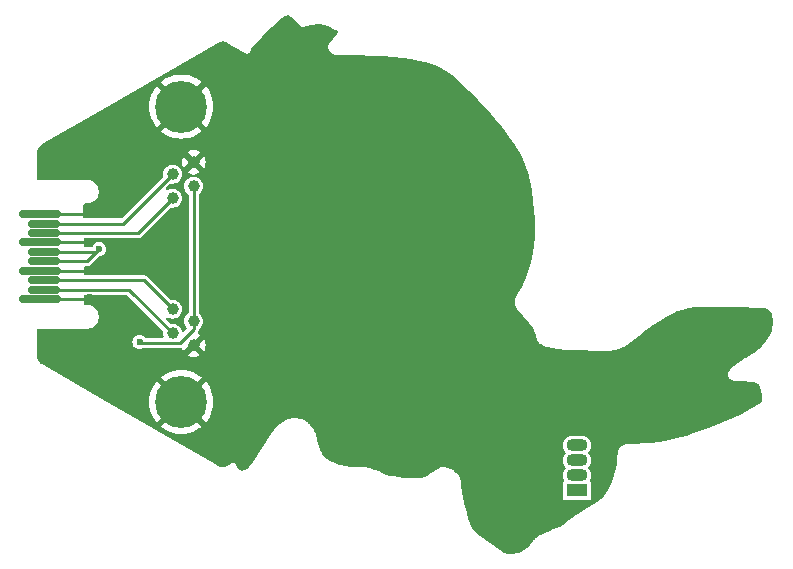
<source format=gtl>
G04 #@! TF.GenerationSoftware,KiCad,Pcbnew,8.0.1*
G04 #@! TF.CreationDate,2024-04-20T17:21:33+01:00*
G04 #@! TF.ProjectId,rabbit,72616262-6974-42e6-9b69-6361645f7063,rev?*
G04 #@! TF.SameCoordinates,Original*
G04 #@! TF.FileFunction,Copper,L1,Top*
G04 #@! TF.FilePolarity,Positive*
%FSLAX46Y46*%
G04 Gerber Fmt 4.6, Leading zero omitted, Abs format (unit mm)*
G04 Created by KiCad (PCBNEW 8.0.1) date 2024-04-20 17:21:33*
%MOMM*%
%LPD*%
G01*
G04 APERTURE LIST*
G04 Aperture macros list*
%AMRoundRect*
0 Rectangle with rounded corners*
0 $1 Rounding radius*
0 $2 $3 $4 $5 $6 $7 $8 $9 X,Y pos of 4 corners*
0 Add a 4 corners polygon primitive as box body*
4,1,4,$2,$3,$4,$5,$6,$7,$8,$9,$2,$3,0*
0 Add four circle primitives for the rounded corners*
1,1,$1+$1,$2,$3*
1,1,$1+$1,$4,$5*
1,1,$1+$1,$6,$7*
1,1,$1+$1,$8,$9*
0 Add four rect primitives between the rounded corners*
20,1,$1+$1,$2,$3,$4,$5,0*
20,1,$1+$1,$4,$5,$6,$7,0*
20,1,$1+$1,$6,$7,$8,$9,0*
20,1,$1+$1,$8,$9,$2,$3,0*%
G04 Aperture macros list end*
G04 #@! TA.AperFunction,SMDPad,CuDef*
%ADD10RoundRect,0.150000X1.600000X0.150000X-1.600000X0.150000X-1.600000X-0.150000X1.600000X-0.150000X0*%
G04 #@! TD*
G04 #@! TA.AperFunction,SMDPad,CuDef*
%ADD11RoundRect,0.150000X1.200000X0.150000X-1.200000X0.150000X-1.200000X-0.150000X1.200000X-0.150000X0*%
G04 #@! TD*
G04 #@! TA.AperFunction,SMDPad,CuDef*
%ADD12C,1.000000*%
G04 #@! TD*
G04 #@! TA.AperFunction,ComponentPad*
%ADD13C,0.700000*%
G04 #@! TD*
G04 #@! TA.AperFunction,ComponentPad*
%ADD14C,4.400000*%
G04 #@! TD*
G04 #@! TA.AperFunction,ComponentPad*
%ADD15R,1.800000X1.070000*%
G04 #@! TD*
G04 #@! TA.AperFunction,ComponentPad*
%ADD16O,1.800000X1.070000*%
G04 #@! TD*
G04 #@! TA.AperFunction,ViaPad*
%ADD17C,0.600000*%
G04 #@! TD*
G04 #@! TA.AperFunction,Conductor*
%ADD18C,0.254000*%
G04 #@! TD*
G04 APERTURE END LIST*
D10*
X100500000Y-96600000D03*
D11*
X100900000Y-97400000D03*
X100900000Y-98200000D03*
D10*
X100500000Y-99000000D03*
D11*
X100900000Y-99800000D03*
X100900000Y-100600000D03*
D10*
X100500000Y-101400000D03*
D11*
X100900000Y-102200000D03*
X100900000Y-103000000D03*
D10*
X100500000Y-103800000D03*
D12*
X113538000Y-105664000D03*
D13*
X110850000Y-87500000D03*
X111333274Y-86333274D03*
X111333274Y-88666726D03*
X112500000Y-85850000D03*
D14*
X112500000Y-87500000D03*
D13*
X112500000Y-89150000D03*
X113666726Y-86333274D03*
X113666726Y-88666726D03*
X114150000Y-87500000D03*
D15*
X146000000Y-120000000D03*
D16*
X146000000Y-118730000D03*
X146000000Y-117460000D03*
X146000000Y-116190000D03*
D12*
X111760000Y-93218000D03*
X111760000Y-95250000D03*
X113538000Y-107696000D03*
X111760000Y-106680000D03*
X111760000Y-104648000D03*
X113538000Y-94234000D03*
D13*
X110850000Y-112500000D03*
X111333274Y-111333274D03*
X111333274Y-113666726D03*
X112500000Y-110850000D03*
D14*
X112500000Y-112500000D03*
D13*
X112500000Y-114150000D03*
X113666726Y-111333274D03*
X113666726Y-113666726D03*
X114150000Y-112500000D03*
D12*
X113538000Y-92202000D03*
D17*
X104775000Y-99060000D03*
X104775000Y-103632000D03*
X104775000Y-96266000D03*
X104775000Y-101473000D03*
X108966000Y-107442000D03*
X113538000Y-105664000D03*
X105537000Y-99568000D03*
D18*
X100500000Y-103800000D02*
X104607000Y-103800000D01*
X104702000Y-101400000D02*
X104775000Y-101473000D01*
X104715000Y-99000000D02*
X104775000Y-99060000D01*
X100500000Y-99000000D02*
X104715000Y-99000000D01*
X104607000Y-103800000D02*
X104775000Y-103632000D01*
X100500000Y-96600000D02*
X104441000Y-96600000D01*
X104441000Y-96600000D02*
X104775000Y-96266000D01*
X100500000Y-101400000D02*
X104702000Y-101400000D01*
X100900000Y-102200000D02*
X109312000Y-102200000D01*
X109312000Y-102200000D02*
X111760000Y-104648000D01*
X108966000Y-107442000D02*
X109031000Y-107507000D01*
X105305000Y-99800000D02*
X105537000Y-99568000D01*
X100900000Y-99800000D02*
X105305000Y-99800000D01*
X100900000Y-100600000D02*
X104505000Y-100600000D01*
X113538000Y-94234000D02*
X113538000Y-105664000D01*
X109031000Y-107507000D02*
X112402106Y-107507000D01*
X113538000Y-106371106D02*
X113538000Y-105664000D01*
X104505000Y-100600000D02*
X105537000Y-99568000D01*
X112402106Y-107507000D02*
X113538000Y-106371106D01*
X108810000Y-98200000D02*
X111760000Y-95250000D01*
X100900000Y-98200000D02*
X108810000Y-98200000D01*
X107578000Y-97400000D02*
X111760000Y-93218000D01*
X100900000Y-97400000D02*
X107578000Y-97400000D01*
X108080000Y-103000000D02*
X111760000Y-106680000D01*
X100900000Y-103000000D02*
X108080000Y-103000000D01*
G04 #@! TA.AperFunction,Conductor*
G36*
X121552554Y-79760490D02*
G01*
X121593652Y-79767545D01*
X121621829Y-79775916D01*
X121688251Y-79804600D01*
X121693943Y-79807058D01*
X121712569Y-79817065D01*
X121825610Y-79890863D01*
X121836376Y-79898749D01*
X121979127Y-80015620D01*
X121989657Y-80025310D01*
X122172410Y-80214083D01*
X122357454Y-80405222D01*
X122362348Y-80410582D01*
X122550976Y-80629746D01*
X122559672Y-80641117D01*
X122568085Y-80653543D01*
X122574480Y-80659083D01*
X122587270Y-80671914D01*
X122592798Y-80678337D01*
X122592801Y-80678339D01*
X122592802Y-80678340D01*
X122605193Y-80686786D01*
X122616545Y-80695526D01*
X122627886Y-80705351D01*
X122635505Y-80709051D01*
X122651180Y-80718134D01*
X122658176Y-80722904D01*
X122658177Y-80722904D01*
X122658182Y-80722907D01*
X122672340Y-80727860D01*
X122685558Y-80733359D01*
X122699061Y-80739917D01*
X122699062Y-80739917D01*
X122699064Y-80739918D01*
X122707371Y-80741518D01*
X122724865Y-80746235D01*
X122732859Y-80749032D01*
X122747833Y-80750153D01*
X122762020Y-80752044D01*
X122776755Y-80754883D01*
X122785199Y-80754278D01*
X122803319Y-80754308D01*
X122811756Y-80754940D01*
X122811757Y-80754939D01*
X122811762Y-80754940D01*
X122826522Y-80752146D01*
X122840701Y-80750303D01*
X122855676Y-80749231D01*
X122863674Y-80746462D01*
X122881187Y-80741800D01*
X122882677Y-80741518D01*
X122889504Y-80740226D01*
X122903034Y-80733707D01*
X122916256Y-80728256D01*
X123018671Y-80692799D01*
X123030385Y-80689380D01*
X123532127Y-80569453D01*
X123545157Y-80567067D01*
X123992586Y-80509666D01*
X124021698Y-80509379D01*
X124260868Y-80535257D01*
X124277863Y-80538305D01*
X124633361Y-80628013D01*
X124643693Y-80631105D01*
X125093936Y-80787512D01*
X125100962Y-80790196D01*
X125380109Y-80906633D01*
X125621863Y-81007473D01*
X125632670Y-81012606D01*
X125675140Y-81035355D01*
X125724941Y-81084360D01*
X125740241Y-81135364D01*
X125740538Y-81139314D01*
X125739424Y-81167606D01*
X125729356Y-81232556D01*
X125719903Y-81264434D01*
X125678817Y-81355763D01*
X125667113Y-81376291D01*
X125561851Y-81525748D01*
X125552935Y-81536970D01*
X125358691Y-81754350D01*
X125358463Y-81754604D01*
X125162337Y-81972879D01*
X125153201Y-81982037D01*
X125140296Y-81993688D01*
X125140296Y-81993689D01*
X125136981Y-81998808D01*
X125125148Y-82014268D01*
X125121067Y-82018809D01*
X125121063Y-82018815D01*
X125113188Y-82034310D01*
X125106734Y-82045519D01*
X125020505Y-82178687D01*
X125011804Y-82190523D01*
X125002632Y-82201564D01*
X125002629Y-82201569D01*
X124998814Y-82209855D01*
X124990272Y-82225379D01*
X124985312Y-82233040D01*
X124985308Y-82233049D01*
X124980887Y-82246714D01*
X124975549Y-82260390D01*
X124969542Y-82273439D01*
X124968002Y-82282431D01*
X124963768Y-82299643D01*
X124960960Y-82308325D01*
X124960959Y-82308332D01*
X124960226Y-82322676D01*
X124958608Y-82337281D01*
X124946508Y-82407925D01*
X124940689Y-82429539D01*
X124940570Y-82430057D01*
X124938332Y-82453609D01*
X124937109Y-82462803D01*
X124933115Y-82486127D01*
X124933094Y-82486675D01*
X124933066Y-82508269D01*
X124933087Y-82508826D01*
X124937019Y-82532147D01*
X124938218Y-82541346D01*
X124940397Y-82564917D01*
X124940519Y-82565454D01*
X124946084Y-82586329D01*
X124946243Y-82586846D01*
X124956083Y-82608366D01*
X124959618Y-82616931D01*
X124959895Y-82617679D01*
X124967824Y-82639135D01*
X124968093Y-82639645D01*
X124979241Y-82659011D01*
X125001845Y-82708446D01*
X125009291Y-82729609D01*
X125009533Y-82730566D01*
X125009535Y-82730571D01*
X125020490Y-82750186D01*
X125024999Y-82759081D01*
X125034343Y-82779515D01*
X125034347Y-82779521D01*
X125034966Y-82780270D01*
X125047632Y-82798782D01*
X125048110Y-82799639D01*
X125048115Y-82799645D01*
X125063785Y-82815768D01*
X125070443Y-82823194D01*
X125084752Y-82840507D01*
X125085538Y-82841066D01*
X125102581Y-82855685D01*
X125149394Y-82903850D01*
X125157236Y-82912730D01*
X125169277Y-82927755D01*
X125172666Y-82930244D01*
X125188187Y-82943761D01*
X125191125Y-82946784D01*
X125207645Y-82956637D01*
X125217526Y-82963190D01*
X125272051Y-83003234D01*
X125279472Y-83009382D01*
X125310992Y-83031848D01*
X125312349Y-83032829D01*
X125324077Y-83041442D01*
X125342043Y-83054637D01*
X125342987Y-83055138D01*
X125344555Y-83055985D01*
X125345458Y-83056481D01*
X125345652Y-83056553D01*
X125345656Y-83056556D01*
X125379895Y-83069344D01*
X125381537Y-83069971D01*
X125402757Y-83078241D01*
X125415591Y-83083243D01*
X125415592Y-83083243D01*
X125417609Y-83084029D01*
X125426806Y-83086864D01*
X125442837Y-83092851D01*
X125446663Y-83094281D01*
X125450324Y-83095915D01*
X125455490Y-83097811D01*
X125455493Y-83097813D01*
X125491429Y-83111002D01*
X125491929Y-83111188D01*
X125507165Y-83116877D01*
X125528093Y-83124694D01*
X125528096Y-83124694D01*
X125528117Y-83124702D01*
X125528447Y-83124777D01*
X125529137Y-83124934D01*
X125529734Y-83125071D01*
X125529769Y-83125074D01*
X125529772Y-83125075D01*
X125568086Y-83128530D01*
X125568583Y-83128577D01*
X125606855Y-83132249D01*
X125606855Y-83132248D01*
X125612370Y-83132778D01*
X125616362Y-83132885D01*
X125777793Y-83147447D01*
X125799919Y-83151493D01*
X125800784Y-83151734D01*
X125823319Y-83151955D01*
X125833236Y-83152449D01*
X125855697Y-83154476D01*
X125856577Y-83154323D01*
X125878999Y-83152500D01*
X127341412Y-83166856D01*
X127341411Y-83166908D01*
X127341648Y-83166858D01*
X128720843Y-83183063D01*
X128724221Y-83183149D01*
X129552780Y-83216053D01*
X129561262Y-83216683D01*
X131247836Y-83400678D01*
X131252494Y-83401277D01*
X131967333Y-83507026D01*
X131971400Y-83507698D01*
X132609221Y-83624011D01*
X132614234Y-83625033D01*
X133177105Y-83752074D01*
X133183267Y-83753631D01*
X133675731Y-83891712D01*
X133683134Y-83894042D01*
X133944772Y-83985502D01*
X134109810Y-84043194D01*
X134118575Y-84046636D01*
X134479131Y-84204312D01*
X134492118Y-84210926D01*
X134916741Y-84459698D01*
X134928400Y-84467445D01*
X135440449Y-84851119D01*
X135447458Y-84856781D01*
X135919509Y-85267289D01*
X136079382Y-85406319D01*
X136083443Y-85410011D01*
X136724706Y-86019552D01*
X136859890Y-86148048D01*
X136862655Y-86150759D01*
X137003695Y-86293492D01*
X137624753Y-86922005D01*
X137627439Y-86924811D01*
X138346862Y-87700000D01*
X138362523Y-87716874D01*
X138365044Y-87719674D01*
X138696026Y-88098905D01*
X139059391Y-88515240D01*
X139061918Y-88518231D01*
X139671819Y-89263291D01*
X139701244Y-89299236D01*
X139703927Y-89302633D01*
X140274001Y-90050875D01*
X140277037Y-90055036D01*
X140751103Y-90734007D01*
X140763330Y-90751518D01*
X140767002Y-90757092D01*
X141124002Y-91332042D01*
X141154500Y-91381158D01*
X141159251Y-91389516D01*
X141433331Y-91918414D01*
X141439137Y-91931387D01*
X141466904Y-92004396D01*
X141617209Y-92399603D01*
X141622929Y-92414641D01*
X141625856Y-92423281D01*
X141819090Y-93071183D01*
X141820712Y-93077165D01*
X142002460Y-93820307D01*
X142003675Y-93825816D01*
X142155606Y-94597663D01*
X142156492Y-94602711D01*
X142289098Y-95462517D01*
X142289758Y-95467449D01*
X142380455Y-96267405D01*
X142380965Y-96273054D01*
X142433026Y-97047168D01*
X142433277Y-97052849D01*
X142449974Y-97837257D01*
X142449972Y-97842610D01*
X142433574Y-98591581D01*
X142433140Y-98599587D01*
X142376462Y-99252738D01*
X142375282Y-99262142D01*
X142265424Y-99930091D01*
X142264043Y-99937189D01*
X142086457Y-100726376D01*
X142084973Y-100732288D01*
X141870896Y-101504305D01*
X141868117Y-101513056D01*
X141628875Y-102179694D01*
X141624586Y-102190127D01*
X141354143Y-102771268D01*
X141348137Y-102782602D01*
X141029215Y-103315795D01*
X141028482Y-103317003D01*
X140823491Y-103651021D01*
X140822839Y-103652072D01*
X140802856Y-103683914D01*
X140802523Y-103684663D01*
X140801997Y-103685825D01*
X140801701Y-103686468D01*
X140790997Y-103722519D01*
X140790638Y-103723706D01*
X140760548Y-103821446D01*
X140759570Y-103824483D01*
X140748703Y-103856799D01*
X140748266Y-103859028D01*
X140748108Y-103859655D01*
X140747756Y-103861583D01*
X140747682Y-103862228D01*
X140747301Y-103864475D01*
X140746044Y-103898556D01*
X140745885Y-103901740D01*
X140740151Y-103993206D01*
X140739237Y-104002345D01*
X140735991Y-104025943D01*
X140735985Y-104026904D01*
X140736628Y-104047466D01*
X140736692Y-104048401D01*
X140741407Y-104071756D01*
X140742887Y-104080804D01*
X140755951Y-104184713D01*
X140760901Y-104224083D01*
X140761130Y-104236487D01*
X140761566Y-104236469D01*
X140761910Y-104244593D01*
X140766964Y-104273465D01*
X140767853Y-104279376D01*
X140771512Y-104308481D01*
X140773365Y-104315563D01*
X140775549Y-104322520D01*
X140787912Y-104349119D01*
X140790298Y-104354594D01*
X140801365Y-104381757D01*
X140805388Y-104388820D01*
X140805008Y-104389035D01*
X140811403Y-104399662D01*
X140860963Y-104506288D01*
X140882848Y-104553374D01*
X140884843Y-104557665D01*
X140887131Y-104562901D01*
X140888905Y-104567229D01*
X140898419Y-104590444D01*
X140901909Y-104596542D01*
X140905647Y-104602425D01*
X140924748Y-104625245D01*
X140928320Y-104629718D01*
X141097912Y-104852466D01*
X141109237Y-104870316D01*
X141110732Y-104873188D01*
X141110734Y-104873191D01*
X141124386Y-104888087D01*
X141131628Y-104896750D01*
X141143874Y-104912834D01*
X141143879Y-104912840D01*
X141146442Y-104914822D01*
X141162000Y-104929130D01*
X141463063Y-105257644D01*
X141464435Y-105259168D01*
X141931708Y-105786694D01*
X141939207Y-105796032D01*
X142269113Y-106250141D01*
X142276046Y-106260793D01*
X142384953Y-106448496D01*
X142390080Y-106458319D01*
X142469477Y-106628577D01*
X142474627Y-106641457D01*
X142523206Y-106785904D01*
X142527568Y-106802672D01*
X142547321Y-106908464D01*
X142548122Y-106914894D01*
X142556133Y-106955686D01*
X142556350Y-106956822D01*
X142563979Y-106997681D01*
X142565609Y-107003944D01*
X142584766Y-107101492D01*
X142586108Y-107111312D01*
X142594077Y-107148970D01*
X142594425Y-107150678D01*
X142597537Y-107166519D01*
X142601501Y-107186703D01*
X142601871Y-107187751D01*
X142602455Y-107189444D01*
X142602801Y-107190474D01*
X142619415Y-107223153D01*
X142620223Y-107224770D01*
X142637159Y-107259323D01*
X142642151Y-107267873D01*
X142677153Y-107336721D01*
X142683720Y-107353463D01*
X142685459Y-107357484D01*
X142698281Y-107378923D01*
X142702397Y-107386374D01*
X142713719Y-107408645D01*
X142716194Y-107412253D01*
X142723349Y-107421952D01*
X142726069Y-107425386D01*
X142726070Y-107425387D01*
X142726071Y-107425388D01*
X142744014Y-107442787D01*
X142749905Y-107448905D01*
X142766609Y-107467490D01*
X142766613Y-107467493D01*
X142769954Y-107470352D01*
X142783990Y-107481551D01*
X142874982Y-107569780D01*
X142877080Y-107571863D01*
X142901261Y-107596455D01*
X142901268Y-107596459D01*
X142902340Y-107597296D01*
X142902871Y-107597759D01*
X142902921Y-107597796D01*
X142905236Y-107599559D01*
X142905325Y-107599628D01*
X142905911Y-107600017D01*
X142907004Y-107600829D01*
X142907006Y-107600831D01*
X142937170Y-107617631D01*
X142939704Y-107619083D01*
X143101697Y-107714437D01*
X143112154Y-107721326D01*
X143126735Y-107732026D01*
X143131747Y-107733977D01*
X143149648Y-107742661D01*
X143154291Y-107745394D01*
X143167664Y-107749098D01*
X143171728Y-107750224D01*
X143183617Y-107754174D01*
X143450336Y-107858024D01*
X143463053Y-107863821D01*
X143476862Y-107871082D01*
X143484542Y-107872817D01*
X143502197Y-107878217D01*
X143509534Y-107881074D01*
X143525043Y-107882779D01*
X143538825Y-107885086D01*
X143871267Y-107960223D01*
X143890251Y-107966150D01*
X143895267Y-107968170D01*
X143913206Y-107970352D01*
X143925550Y-107972492D01*
X143943174Y-107976476D01*
X143948575Y-107976262D01*
X143968443Y-107977072D01*
X144394466Y-108028905D01*
X144407563Y-108031864D01*
X144407585Y-108031756D01*
X144415562Y-108033309D01*
X144415567Y-108033311D01*
X144442419Y-108034962D01*
X144449764Y-108035633D01*
X144476483Y-108038885D01*
X144476490Y-108038883D01*
X144484609Y-108038805D01*
X144484610Y-108038915D01*
X144498026Y-108038383D01*
X145057455Y-108072793D01*
X145061558Y-108073305D01*
X145066986Y-108073606D01*
X145066990Y-108073608D01*
X145105461Y-108075747D01*
X145105639Y-108075758D01*
X145144216Y-108078131D01*
X145144217Y-108078130D01*
X145149637Y-108078464D01*
X145153781Y-108078435D01*
X146351257Y-108145033D01*
X146352114Y-108145137D01*
X146359654Y-108145547D01*
X146359657Y-108145548D01*
X146398762Y-108147675D01*
X146398908Y-108147727D01*
X146398911Y-108147684D01*
X146407216Y-108148145D01*
X146438303Y-108149875D01*
X146438304Y-108149874D01*
X146445971Y-108150301D01*
X146446824Y-108150291D01*
X147522515Y-108208829D01*
X147535182Y-108210858D01*
X147535222Y-108210565D01*
X147543277Y-108211636D01*
X147543280Y-108211636D01*
X147543284Y-108211637D01*
X147571592Y-108211673D01*
X147578150Y-108211857D01*
X147606412Y-108213396D01*
X147606415Y-108213395D01*
X147606420Y-108213396D01*
X147606424Y-108213395D01*
X147614523Y-108212774D01*
X147614545Y-108213070D01*
X147627318Y-108211748D01*
X148029995Y-108212282D01*
X148042337Y-108213622D01*
X148042374Y-108213185D01*
X148050462Y-108213866D01*
X148050470Y-108213868D01*
X148079819Y-108212490D01*
X148085714Y-108212356D01*
X148115069Y-108212396D01*
X148115074Y-108212394D01*
X148123125Y-108211346D01*
X148123182Y-108211783D01*
X148135435Y-108209881D01*
X148485009Y-108193481D01*
X148498563Y-108194205D01*
X148498565Y-108194142D01*
X148506693Y-108194326D01*
X148506693Y-108194325D01*
X148506694Y-108194326D01*
X148533060Y-108191461D01*
X148540643Y-108190871D01*
X148567166Y-108189627D01*
X148567170Y-108189625D01*
X148575171Y-108188189D01*
X148575182Y-108188252D01*
X148588467Y-108185440D01*
X148893959Y-108152247D01*
X148916825Y-108151883D01*
X148916850Y-108151884D01*
X148917087Y-108151903D01*
X148939864Y-108147630D01*
X148949326Y-108146231D01*
X148972370Y-108143728D01*
X148972607Y-108143635D01*
X148994600Y-108137365D01*
X149261848Y-108087244D01*
X149282376Y-108085143D01*
X149286477Y-108085067D01*
X149305106Y-108079699D01*
X149316529Y-108076989D01*
X149335581Y-108073417D01*
X149339271Y-108071646D01*
X149358570Y-108064296D01*
X149592979Y-107996767D01*
X149610967Y-107993003D01*
X149611969Y-107992869D01*
X149618919Y-107991946D01*
X149633183Y-107986015D01*
X149646458Y-107981360D01*
X149661305Y-107977084D01*
X149668173Y-107972945D01*
X149684559Y-107964658D01*
X149897316Y-107876215D01*
X149908811Y-107872090D01*
X149926600Y-107866682D01*
X149930745Y-107864099D01*
X149948692Y-107854858D01*
X149953203Y-107852984D01*
X149967924Y-107841657D01*
X149977983Y-107834681D01*
X150192823Y-107700882D01*
X150212167Y-107691069D01*
X150214296Y-107690215D01*
X150231220Y-107677515D01*
X150240083Y-107671449D01*
X150242278Y-107670082D01*
X150258034Y-107660270D01*
X150259603Y-107658591D01*
X150275738Y-107644113D01*
X150530164Y-107453217D01*
X150540738Y-107446104D01*
X150543530Y-107444426D01*
X150543542Y-107444421D01*
X150569828Y-107423518D01*
X150572530Y-107421429D01*
X150599471Y-107401217D01*
X150599474Y-107401212D01*
X150601826Y-107398912D01*
X150611382Y-107390475D01*
X151216738Y-106909109D01*
X151219295Y-106907133D01*
X151838436Y-106441719D01*
X151841304Y-106439629D01*
X152436598Y-106019226D01*
X152439934Y-106016952D01*
X153006483Y-105644496D01*
X153010426Y-105642013D01*
X153542824Y-105320649D01*
X153547693Y-105317861D01*
X154040333Y-105050606D01*
X154046598Y-105047436D01*
X154492780Y-104837443D01*
X154501240Y-104833838D01*
X154892322Y-104684149D01*
X154904654Y-104680156D01*
X155155876Y-104613096D01*
X155166657Y-104610729D01*
X155497833Y-104553373D01*
X155505521Y-104552288D01*
X155926775Y-104506284D01*
X155932167Y-104505815D01*
X156446992Y-104472533D01*
X156452370Y-104472303D01*
X157806944Y-104443947D01*
X157810942Y-104443930D01*
X159634809Y-104465999D01*
X159637186Y-104466051D01*
X161609771Y-104528535D01*
X161619484Y-104529226D01*
X161950200Y-104565873D01*
X161974166Y-104570966D01*
X162088674Y-104607435D01*
X162116882Y-104620509D01*
X162200368Y-104672818D01*
X162221540Y-104689549D01*
X162289160Y-104756146D01*
X162305564Y-104772301D01*
X162320782Y-104790467D01*
X162346033Y-104827249D01*
X162400311Y-104906317D01*
X162410483Y-104924134D01*
X162480040Y-105073447D01*
X162486401Y-105090153D01*
X162540497Y-105270335D01*
X162544080Y-105285808D01*
X162578218Y-105492745D01*
X162579736Y-105507129D01*
X162590459Y-105736161D01*
X162590355Y-105749673D01*
X162574845Y-105998531D01*
X162573599Y-106009958D01*
X162537359Y-106241932D01*
X162535211Y-106252590D01*
X162480887Y-106472029D01*
X162477547Y-106483231D01*
X162404487Y-106691763D01*
X162399999Y-106702833D01*
X162306266Y-106905416D01*
X162300914Y-106915694D01*
X162183861Y-107116927D01*
X162178083Y-107125940D01*
X162038887Y-107323744D01*
X162030430Y-107334457D01*
X161644773Y-107771224D01*
X161637619Y-107778676D01*
X161385021Y-108020754D01*
X161377601Y-108027317D01*
X161129541Y-108229653D01*
X161121331Y-108235802D01*
X160793761Y-108460617D01*
X160789260Y-108463564D01*
X160334968Y-108747174D01*
X160326865Y-108751595D01*
X160304233Y-108766153D01*
X160293978Y-108772750D01*
X160292611Y-108773617D01*
X160259441Y-108794326D01*
X160251994Y-108799758D01*
X159622396Y-109204776D01*
X159603266Y-109214842D01*
X159601051Y-109215770D01*
X159601049Y-109215771D01*
X159592196Y-109222624D01*
X159584386Y-109228670D01*
X159575581Y-109234892D01*
X159557869Y-109246287D01*
X159557863Y-109246291D01*
X159556252Y-109248066D01*
X159540375Y-109262741D01*
X159147234Y-109567093D01*
X159135655Y-109575050D01*
X159122437Y-109583070D01*
X159122431Y-109583075D01*
X159116899Y-109588854D01*
X159103248Y-109601145D01*
X159096910Y-109606052D01*
X159096906Y-109606056D01*
X159087535Y-109618376D01*
X159078414Y-109629053D01*
X158973684Y-109738450D01*
X158967796Y-109744205D01*
X158949002Y-109761392D01*
X158945196Y-109765918D01*
X158940075Y-109772436D01*
X158936564Y-109777224D01*
X158924320Y-109799540D01*
X158920124Y-109806619D01*
X158872202Y-109881675D01*
X158859123Y-109898705D01*
X158857320Y-109900672D01*
X158857316Y-109900679D01*
X158847716Y-109919123D01*
X158842243Y-109928594D01*
X158831053Y-109946121D01*
X158831050Y-109946129D01*
X158830245Y-109948673D01*
X158822031Y-109968478D01*
X158820796Y-109970850D01*
X158820795Y-109970853D01*
X158816295Y-109991161D01*
X158813457Y-110001732D01*
X158807183Y-110021560D01*
X158807065Y-110024221D01*
X158804252Y-110045507D01*
X158792666Y-110097801D01*
X158789955Y-110110034D01*
X158789787Y-110110779D01*
X158781271Y-110148120D01*
X158781213Y-110148790D01*
X158781141Y-110149586D01*
X158781112Y-110149893D01*
X158782784Y-110188088D01*
X158782815Y-110188852D01*
X158784256Y-110227176D01*
X158784331Y-110227600D01*
X158784476Y-110228439D01*
X158784560Y-110228935D01*
X158796072Y-110265437D01*
X158796299Y-110266163D01*
X158821580Y-110348071D01*
X158822488Y-110351154D01*
X158831674Y-110383908D01*
X158832578Y-110386019D01*
X158832803Y-110386633D01*
X158833600Y-110388430D01*
X158833894Y-110388991D01*
X158834856Y-110391088D01*
X158852974Y-110419911D01*
X158854649Y-110422654D01*
X158872032Y-110451968D01*
X158873467Y-110453794D01*
X158873832Y-110454311D01*
X158875056Y-110455827D01*
X158875493Y-110456301D01*
X158876964Y-110458076D01*
X158901931Y-110481235D01*
X158904208Y-110483402D01*
X158958048Y-110536001D01*
X158971645Y-110549285D01*
X158978067Y-110556050D01*
X158993642Y-110573744D01*
X158993933Y-110573998D01*
X159011100Y-110587893D01*
X159011367Y-110588093D01*
X159011371Y-110588095D01*
X159011373Y-110588097D01*
X159031609Y-110599467D01*
X159031934Y-110599650D01*
X159039887Y-110604522D01*
X159059455Y-110617543D01*
X159059516Y-110617584D01*
X159059519Y-110617585D01*
X159059848Y-110617747D01*
X159080037Y-110626729D01*
X159080351Y-110626855D01*
X159080353Y-110626856D01*
X159103199Y-110632693D01*
X159112138Y-110635338D01*
X159165308Y-110653278D01*
X159242060Y-110679174D01*
X159248977Y-110681740D01*
X159273926Y-110691847D01*
X159273928Y-110691847D01*
X159273932Y-110691849D01*
X159273935Y-110691849D01*
X159281794Y-110693889D01*
X159281764Y-110694001D01*
X159283505Y-110694399D01*
X159283528Y-110694286D01*
X159291497Y-110695856D01*
X159291500Y-110695856D01*
X159291503Y-110695857D01*
X159318411Y-110697570D01*
X159325721Y-110698254D01*
X159548614Y-110725826D01*
X159565316Y-110729566D01*
X159570372Y-110730519D01*
X159595528Y-110731916D01*
X159603882Y-110732663D01*
X159628913Y-110735760D01*
X159628914Y-110735759D01*
X159628917Y-110735760D01*
X159634055Y-110735720D01*
X159651165Y-110735007D01*
X160050025Y-110757164D01*
X160050399Y-110757185D01*
X160775416Y-110801193D01*
X160788416Y-110802675D01*
X160952499Y-110830223D01*
X160964863Y-110832955D01*
X161117560Y-110874972D01*
X161132749Y-110880231D01*
X161307507Y-110953755D01*
X161333256Y-110968431D01*
X161352253Y-110982513D01*
X161370564Y-110999161D01*
X161384796Y-111014969D01*
X161402910Y-111041220D01*
X161489278Y-111209138D01*
X161497855Y-111230477D01*
X161596857Y-111563065D01*
X161599127Y-111571852D01*
X161653146Y-111817905D01*
X161654890Y-111827718D01*
X161682469Y-112029678D01*
X161683582Y-112043860D01*
X161686816Y-112198352D01*
X161685708Y-112217687D01*
X161670602Y-112328538D01*
X161664987Y-112352151D01*
X161637753Y-112431265D01*
X161626356Y-112455492D01*
X161585669Y-112522172D01*
X161570378Y-112542289D01*
X161504493Y-112612728D01*
X161489191Y-112626574D01*
X161383044Y-112707633D01*
X161371600Y-112715401D01*
X160673826Y-113134212D01*
X160666830Y-113138110D01*
X159805398Y-113582187D01*
X159800224Y-113584704D01*
X158818784Y-114034310D01*
X158814501Y-114036175D01*
X157752907Y-114474901D01*
X157748971Y-114476450D01*
X156645983Y-114888830D01*
X156641989Y-114890246D01*
X155536300Y-115261095D01*
X155531832Y-115262500D01*
X154462374Y-115576795D01*
X154456856Y-115578279D01*
X153465266Y-115820679D01*
X153456677Y-115822460D01*
X152930080Y-115912309D01*
X152917951Y-115913767D01*
X152255698Y-115960494D01*
X152255014Y-115960541D01*
X150313829Y-116086723D01*
X150300076Y-116086252D01*
X150300076Y-116086261D01*
X150291944Y-116086239D01*
X150266065Y-116089578D01*
X150258254Y-116090335D01*
X150232200Y-116092030D01*
X150232196Y-116092030D01*
X150232192Y-116092031D01*
X150232187Y-116092032D01*
X150224220Y-116093613D01*
X150224218Y-116093603D01*
X150210810Y-116096707D01*
X150125790Y-116107675D01*
X150112631Y-116108664D01*
X150095701Y-116109033D01*
X150095698Y-116109034D01*
X150095694Y-116109034D01*
X150095694Y-116109035D01*
X150089401Y-116110868D01*
X150070590Y-116114797D01*
X150067797Y-116115158D01*
X150064101Y-116115635D01*
X150048443Y-116122073D01*
X150035996Y-116126431D01*
X149953867Y-116150367D01*
X149938879Y-116154735D01*
X149938349Y-116154888D01*
X149901216Y-116165530D01*
X149900918Y-116165662D01*
X149900249Y-116165954D01*
X149900042Y-116166043D01*
X149867133Y-116186011D01*
X149866660Y-116186296D01*
X149810197Y-116220211D01*
X149797853Y-116226039D01*
X149797872Y-116226077D01*
X149790633Y-116229773D01*
X149768919Y-116244726D01*
X149762449Y-116248892D01*
X149739837Y-116262475D01*
X149733478Y-116267532D01*
X149733453Y-116267501D01*
X149731477Y-116269176D01*
X149731504Y-116269206D01*
X149725470Y-116274648D01*
X149708367Y-116294710D01*
X149703196Y-116300407D01*
X149684870Y-116319379D01*
X149680040Y-116325906D01*
X149680006Y-116325881D01*
X149672227Y-116337103D01*
X149659331Y-116352230D01*
X149650193Y-116361855D01*
X149649246Y-116362750D01*
X149627456Y-116389569D01*
X149625585Y-116391817D01*
X149603174Y-116418106D01*
X149602457Y-116419213D01*
X149602045Y-116419779D01*
X149601985Y-116419878D01*
X149600433Y-116422336D01*
X149600384Y-116422411D01*
X149600052Y-116423022D01*
X149599355Y-116424154D01*
X149585263Y-116455668D01*
X149584036Y-116458326D01*
X149569180Y-116489545D01*
X149568777Y-116490792D01*
X149564013Y-116503186D01*
X149537585Y-116562287D01*
X149533650Y-116570301D01*
X149522173Y-116591688D01*
X149521405Y-116593718D01*
X149515814Y-116610275D01*
X149515191Y-116612366D01*
X149511356Y-116636328D01*
X149509629Y-116645086D01*
X149482681Y-116759791D01*
X149478421Y-116774030D01*
X149473591Y-116787231D01*
X149473590Y-116787233D01*
X149472753Y-116796618D01*
X149469959Y-116813945D01*
X149467802Y-116823127D01*
X149468239Y-116837179D01*
X149467808Y-116852049D01*
X149430186Y-117273762D01*
X149430175Y-117273889D01*
X149425351Y-117327340D01*
X149387817Y-117743193D01*
X149386177Y-117754995D01*
X149301419Y-118205050D01*
X149298850Y-118215956D01*
X149160495Y-118703454D01*
X149157833Y-118711720D01*
X148955271Y-119272579D01*
X148953194Y-119277938D01*
X148796464Y-119656063D01*
X148792943Y-119663797D01*
X148642515Y-119966289D01*
X148635788Y-119978135D01*
X148475964Y-120226718D01*
X148466130Y-120239981D01*
X148274028Y-120465911D01*
X148263404Y-120476945D01*
X148010618Y-120708942D01*
X148001967Y-120716186D01*
X147664974Y-120973176D01*
X147657679Y-120978334D01*
X146632084Y-121649462D01*
X146630936Y-121650204D01*
X145661198Y-122269622D01*
X145649324Y-122275604D01*
X145649396Y-122275737D01*
X145642244Y-122279603D01*
X145620185Y-122295571D01*
X145614230Y-122299623D01*
X145591303Y-122314268D01*
X145585085Y-122319498D01*
X145584987Y-122319382D01*
X145575067Y-122328230D01*
X145068353Y-122695024D01*
X145064114Y-122697711D01*
X145029555Y-122723105D01*
X145028845Y-122723623D01*
X144994072Y-122748795D01*
X144990214Y-122752015D01*
X144781243Y-122905575D01*
X144771661Y-122911954D01*
X144536294Y-123053317D01*
X144526337Y-123058694D01*
X144225682Y-123203770D01*
X144219533Y-123206534D01*
X143831938Y-123368217D01*
X143826814Y-123369994D01*
X143822568Y-123371803D01*
X143822568Y-123371804D01*
X143787653Y-123386687D01*
X143786837Y-123387031D01*
X143747557Y-123403417D01*
X143742696Y-123405852D01*
X143185387Y-123643433D01*
X143166699Y-123649696D01*
X143161166Y-123651072D01*
X143161156Y-123651076D01*
X143145601Y-123659686D01*
X143134189Y-123665259D01*
X143117845Y-123672227D01*
X143117843Y-123672228D01*
X143113354Y-123675747D01*
X143096924Y-123686632D01*
X142723029Y-123893598D01*
X142709921Y-123899880D01*
X142696395Y-123905412D01*
X142696389Y-123905416D01*
X142689335Y-123910777D01*
X142674369Y-123920534D01*
X142666605Y-123924832D01*
X142666602Y-123924834D01*
X142656071Y-123934991D01*
X142645033Y-123944452D01*
X142527700Y-124033643D01*
X142512247Y-124043670D01*
X142505292Y-124047480D01*
X142505286Y-124047485D01*
X142494049Y-124058230D01*
X142483396Y-124067321D01*
X142471031Y-124076720D01*
X142471025Y-124076726D01*
X142466162Y-124083004D01*
X142453837Y-124096680D01*
X142352425Y-124193654D01*
X142340671Y-124203574D01*
X142330105Y-124211422D01*
X142330100Y-124211427D01*
X142323696Y-124219508D01*
X142312218Y-124232105D01*
X142304760Y-124239235D01*
X142304754Y-124239243D01*
X142297921Y-124250490D01*
X142289131Y-124263118D01*
X142035773Y-124582792D01*
X142033786Y-124585234D01*
X141897261Y-124748786D01*
X141884663Y-124761812D01*
X141728341Y-124901413D01*
X141715998Y-124911105D01*
X141523001Y-125043797D01*
X141510984Y-125051091D01*
X141284566Y-125171535D01*
X141273497Y-125176740D01*
X141059293Y-125264840D01*
X141046336Y-125269349D01*
X140846580Y-125326682D01*
X140831801Y-125329962D01*
X140624790Y-125362805D01*
X140611406Y-125364189D01*
X140376090Y-125375677D01*
X140363596Y-125375657D01*
X140122871Y-125363123D01*
X140100651Y-125359931D01*
X139930108Y-125319391D01*
X139904780Y-125310374D01*
X139816089Y-125267455D01*
X139727988Y-125224821D01*
X139711874Y-125215467D01*
X139459652Y-125042494D01*
X139457070Y-125040675D01*
X138631282Y-124442867D01*
X138630163Y-124442048D01*
X137820044Y-123841660D01*
X137814198Y-123837047D01*
X137803120Y-123827752D01*
X137535511Y-123603205D01*
X137529177Y-123597507D01*
X137315566Y-123391670D01*
X137307450Y-123383066D01*
X137297656Y-123371636D01*
X137149016Y-123198165D01*
X137140224Y-123186594D01*
X137021614Y-123009898D01*
X137013957Y-122996833D01*
X136919562Y-122810534D01*
X136914314Y-122798675D01*
X136912775Y-122794640D01*
X136833937Y-122587920D01*
X136830299Y-122576836D01*
X136761462Y-122328231D01*
X136650635Y-121927975D01*
X136649033Y-121921524D01*
X136460515Y-121064457D01*
X136459609Y-121059926D01*
X136373001Y-120579856D01*
X144799500Y-120579856D01*
X144799502Y-120579882D01*
X144802413Y-120604987D01*
X144802415Y-120604991D01*
X144847793Y-120707764D01*
X144847794Y-120707765D01*
X144927235Y-120787206D01*
X145030009Y-120832585D01*
X145055135Y-120835500D01*
X146944864Y-120835499D01*
X146944879Y-120835497D01*
X146944882Y-120835497D01*
X146969987Y-120832586D01*
X146969988Y-120832585D01*
X146969991Y-120832585D01*
X147072765Y-120787206D01*
X147152206Y-120707765D01*
X147197585Y-120604991D01*
X147200500Y-120579865D01*
X147200499Y-119420136D01*
X147199051Y-119407646D01*
X147197586Y-119395012D01*
X147197585Y-119395010D01*
X147197585Y-119395009D01*
X147152206Y-119292235D01*
X147128750Y-119268779D01*
X147095266Y-119207457D01*
X147100250Y-119137765D01*
X147103122Y-119131403D01*
X147103080Y-119131386D01*
X147138655Y-119045499D01*
X147168393Y-118973706D01*
X147200500Y-118812290D01*
X147200500Y-118647710D01*
X147168393Y-118486294D01*
X147110572Y-118346701D01*
X147105412Y-118334244D01*
X147105407Y-118334235D01*
X147013977Y-118197401D01*
X147013972Y-118197396D01*
X146999257Y-118182681D01*
X146965772Y-118121361D01*
X146970755Y-118051669D01*
X146999257Y-118007318D01*
X147013976Y-117992600D01*
X147105411Y-117855758D01*
X147168393Y-117703706D01*
X147200500Y-117542290D01*
X147200500Y-117377710D01*
X147168393Y-117216294D01*
X147105411Y-117064242D01*
X147105410Y-117064241D01*
X147105407Y-117064235D01*
X147013977Y-116927401D01*
X147013972Y-116927396D01*
X146999257Y-116912681D01*
X146965772Y-116851361D01*
X146970755Y-116781669D01*
X146999257Y-116737318D01*
X147013976Y-116722600D01*
X147105411Y-116585758D01*
X147168393Y-116433706D01*
X147200500Y-116272290D01*
X147200500Y-116107710D01*
X147168393Y-115946294D01*
X147105411Y-115794242D01*
X147105410Y-115794241D01*
X147105407Y-115794235D01*
X147013976Y-115657400D01*
X147013973Y-115657396D01*
X146897603Y-115541026D01*
X146897599Y-115541023D01*
X146760764Y-115449592D01*
X146760755Y-115449587D01*
X146608706Y-115386607D01*
X146608698Y-115386605D01*
X146447294Y-115354500D01*
X146447290Y-115354500D01*
X145552710Y-115354500D01*
X145552705Y-115354500D01*
X145391301Y-115386605D01*
X145391293Y-115386607D01*
X145239244Y-115449587D01*
X145239235Y-115449592D01*
X145102400Y-115541023D01*
X145102396Y-115541026D01*
X144986026Y-115657396D01*
X144986023Y-115657400D01*
X144894592Y-115794235D01*
X144894587Y-115794244D01*
X144831607Y-115946293D01*
X144831605Y-115946301D01*
X144799500Y-116107705D01*
X144799500Y-116272294D01*
X144831605Y-116433698D01*
X144831607Y-116433706D01*
X144894587Y-116585755D01*
X144894592Y-116585764D01*
X144986023Y-116722599D01*
X144986026Y-116722603D01*
X145000742Y-116737319D01*
X145034227Y-116798642D01*
X145029243Y-116868334D01*
X145000742Y-116912681D01*
X144986026Y-116927396D01*
X144986023Y-116927400D01*
X144894592Y-117064235D01*
X144894587Y-117064244D01*
X144831607Y-117216293D01*
X144831605Y-117216301D01*
X144799500Y-117377705D01*
X144799500Y-117542294D01*
X144831605Y-117703698D01*
X144831607Y-117703706D01*
X144894587Y-117855755D01*
X144894592Y-117855764D01*
X144986023Y-117992599D01*
X144986026Y-117992603D01*
X145000742Y-118007319D01*
X145034227Y-118068642D01*
X145029243Y-118138334D01*
X145000742Y-118182681D01*
X144986026Y-118197396D01*
X144986023Y-118197400D01*
X144894592Y-118334235D01*
X144894587Y-118334244D01*
X144831607Y-118486293D01*
X144831605Y-118486301D01*
X144799500Y-118647705D01*
X144799500Y-118812294D01*
X144831605Y-118973698D01*
X144831607Y-118973706D01*
X144896920Y-119131386D01*
X144894917Y-119132215D01*
X144907167Y-119191048D01*
X144882167Y-119256292D01*
X144871250Y-119268779D01*
X144847794Y-119292235D01*
X144802415Y-119395006D01*
X144802415Y-119395008D01*
X144799500Y-119420131D01*
X144799500Y-120579856D01*
X136373001Y-120579856D01*
X136303962Y-120197175D01*
X136302961Y-120190618D01*
X136217241Y-119506404D01*
X136217190Y-119505985D01*
X136188679Y-119266370D01*
X136187828Y-119253802D01*
X136187528Y-119235845D01*
X136186012Y-119230546D01*
X136182105Y-119211120D01*
X136181454Y-119205645D01*
X136174786Y-119188963D01*
X136170709Y-119177037D01*
X136141504Y-119074919D01*
X136120158Y-119000281D01*
X136119149Y-118996527D01*
X136111115Y-118964658D01*
X136109349Y-118960211D01*
X136107444Y-118955820D01*
X136102654Y-118947836D01*
X136090542Y-118927648D01*
X136088594Y-118924281D01*
X136001267Y-118767716D01*
X135997668Y-118760754D01*
X135997046Y-118759451D01*
X135986409Y-118737180D01*
X135986404Y-118737175D01*
X135981975Y-118730360D01*
X135981987Y-118730351D01*
X135980336Y-118727980D01*
X135980325Y-118727989D01*
X135975472Y-118721467D01*
X135975470Y-118721465D01*
X135975469Y-118721463D01*
X135957243Y-118702689D01*
X135951980Y-118696913D01*
X135932828Y-118674513D01*
X135828894Y-118552953D01*
X135820360Y-118541741D01*
X135811745Y-118528976D01*
X135805646Y-118523677D01*
X135792733Y-118510661D01*
X135787484Y-118504522D01*
X135774779Y-118495801D01*
X135763639Y-118487181D01*
X135601945Y-118346701D01*
X135593958Y-118339115D01*
X135579607Y-118324214D01*
X135579603Y-118324211D01*
X135579601Y-118324210D01*
X135577240Y-118322787D01*
X135559916Y-118310186D01*
X135557834Y-118308377D01*
X135549165Y-118304152D01*
X135539226Y-118299308D01*
X135529557Y-118294051D01*
X135500882Y-118276770D01*
X135409635Y-118221779D01*
X135349917Y-118185789D01*
X135342581Y-118181007D01*
X135322492Y-118166876D01*
X135319787Y-118165461D01*
X135305974Y-118158844D01*
X135303184Y-118157626D01*
X135303180Y-118157624D01*
X135295753Y-118155483D01*
X135279584Y-118150824D01*
X135271261Y-118148103D01*
X135078622Y-118077518D01*
X135074254Y-118075824D01*
X135045054Y-118063855D01*
X135039517Y-118062393D01*
X135033915Y-118061138D01*
X135002514Y-118058323D01*
X134997854Y-118057817D01*
X134807856Y-118033511D01*
X134800254Y-118032297D01*
X134774374Y-118027336D01*
X134774372Y-118027336D01*
X134774367Y-118027335D01*
X134766261Y-118026860D01*
X134766263Y-118026821D01*
X134763665Y-118026749D01*
X134763666Y-118026789D01*
X134755539Y-118026819D01*
X134729393Y-118030357D01*
X134721734Y-118031152D01*
X134570511Y-118042119D01*
X134570508Y-118042119D01*
X134528034Y-118045198D01*
X134528030Y-118045198D01*
X134528025Y-118045199D01*
X134528019Y-118045200D01*
X134528016Y-118045201D01*
X134528007Y-118045203D01*
X134505093Y-118053160D01*
X134505088Y-118053162D01*
X134338830Y-118110880D01*
X134331559Y-118113156D01*
X134306037Y-118120293D01*
X134298564Y-118123484D01*
X134298541Y-118123431D01*
X134296363Y-118124441D01*
X134296389Y-118124493D01*
X134289117Y-118128141D01*
X134267182Y-118143016D01*
X134260749Y-118147096D01*
X134081972Y-118252910D01*
X134066367Y-118260208D01*
X134061871Y-118262498D01*
X134041103Y-118276770D01*
X134034041Y-118281280D01*
X134012364Y-118294110D01*
X134008383Y-118297234D01*
X133995211Y-118308310D01*
X133817781Y-118430247D01*
X133681514Y-118523896D01*
X133679186Y-118525457D01*
X133305442Y-118770058D01*
X133293725Y-118776843D01*
X133170966Y-118839241D01*
X133157310Y-118845178D01*
X133147388Y-118848802D01*
X133044304Y-118886438D01*
X133028703Y-118890999D01*
X132904533Y-118918621D01*
X132891187Y-118920834D01*
X132734814Y-118938063D01*
X132723481Y-118938789D01*
X132228018Y-118947770D01*
X132220748Y-118947688D01*
X131305568Y-118910583D01*
X131295955Y-118909818D01*
X130518752Y-118817439D01*
X130509349Y-118815953D01*
X130191298Y-118753101D01*
X130183308Y-118751246D01*
X129908138Y-118677673D01*
X129898061Y-118674513D01*
X129676037Y-118594358D01*
X129662974Y-118588777D01*
X129511992Y-118513771D01*
X129500870Y-118507512D01*
X129498134Y-118505781D01*
X129467599Y-118491662D01*
X129464475Y-118490164D01*
X129434381Y-118475214D01*
X129434374Y-118475211D01*
X129434373Y-118475211D01*
X129434371Y-118475210D01*
X129431322Y-118474166D01*
X129419484Y-118469415D01*
X129418383Y-118468906D01*
X129213187Y-118374026D01*
X129075796Y-118310498D01*
X129063656Y-118304044D01*
X129049977Y-118295769D01*
X129042781Y-118293682D01*
X129025289Y-118287144D01*
X129018497Y-118284004D01*
X129002734Y-118281276D01*
X128989344Y-118278186D01*
X128544649Y-118149233D01*
X128527846Y-118143012D01*
X128519835Y-118139368D01*
X128519830Y-118139367D01*
X128505350Y-118136954D01*
X128491200Y-118133735D01*
X128477117Y-118129651D01*
X128477110Y-118129650D01*
X128468309Y-118129470D01*
X128450472Y-118127810D01*
X127960688Y-118046204D01*
X127942285Y-118041669D01*
X127935617Y-118039473D01*
X127919185Y-118038546D01*
X127905799Y-118037058D01*
X127889568Y-118034354D01*
X127889558Y-118034354D01*
X127882563Y-118035032D01*
X127863624Y-118035413D01*
X127369157Y-118007536D01*
X127357014Y-118006164D01*
X127320654Y-118004780D01*
X127318397Y-118004674D01*
X127281992Y-118002622D01*
X127269766Y-118002845D01*
X126871415Y-117987695D01*
X126861873Y-117986963D01*
X126449984Y-117939297D01*
X126440183Y-117937763D01*
X126051492Y-117860896D01*
X126041222Y-117858405D01*
X125890763Y-117815058D01*
X125681745Y-117754839D01*
X125670767Y-117751113D01*
X125346521Y-117623841D01*
X125334604Y-117618420D01*
X125051597Y-117471202D01*
X125038572Y-117463377D01*
X124802282Y-117300929D01*
X124788223Y-117289677D01*
X124602561Y-117117535D01*
X124588239Y-117101760D01*
X124559645Y-117064235D01*
X124427551Y-116890880D01*
X124416133Y-116872869D01*
X124405406Y-116852210D01*
X124275192Y-116601434D01*
X124268435Y-116585909D01*
X124137463Y-116218183D01*
X124134152Y-116207337D01*
X124017545Y-115751821D01*
X124016530Y-115746513D01*
X124015337Y-115742002D01*
X124015338Y-115741999D01*
X124005647Y-115705328D01*
X124005404Y-115704394D01*
X123996005Y-115667674D01*
X123996003Y-115667671D01*
X123994850Y-115663165D01*
X123993147Y-115658025D01*
X123982416Y-115617415D01*
X123909755Y-115342437D01*
X123906325Y-115323767D01*
X123905595Y-115316839D01*
X123899676Y-115301436D01*
X123895538Y-115288633D01*
X123891323Y-115272682D01*
X123891322Y-115272679D01*
X123887861Y-115266637D01*
X123879712Y-115249486D01*
X123878307Y-115245831D01*
X123777741Y-114984133D01*
X123773624Y-114971407D01*
X123769365Y-114955330D01*
X123769364Y-114955328D01*
X123765962Y-114949396D01*
X123757777Y-114932181D01*
X123755326Y-114925804D01*
X123755325Y-114925801D01*
X123745546Y-114912352D01*
X123738283Y-114901139D01*
X123611134Y-114679461D01*
X123606874Y-114671352D01*
X123596573Y-114649847D01*
X123596571Y-114649845D01*
X123596017Y-114648995D01*
X123584271Y-114632352D01*
X123583636Y-114631519D01*
X123570404Y-114618212D01*
X123566824Y-114614612D01*
X123560605Y-114607876D01*
X123408597Y-114430497D01*
X123400415Y-114419830D01*
X123391089Y-114406200D01*
X123385813Y-114401675D01*
X123372386Y-114388243D01*
X123367862Y-114382964D01*
X123367859Y-114382961D01*
X123354231Y-114373629D01*
X123343569Y-114365445D01*
X123221123Y-114260431D01*
X123208831Y-114248305D01*
X123202258Y-114240849D01*
X123202257Y-114240848D01*
X123202256Y-114240847D01*
X123190983Y-114233357D01*
X123178885Y-114224206D01*
X123168613Y-114215396D01*
X123159646Y-114211096D01*
X123144645Y-114202571D01*
X123022703Y-114121556D01*
X123010068Y-114111942D01*
X123000762Y-114103869D01*
X123000758Y-114103867D01*
X122990728Y-114098987D01*
X122976363Y-114090770D01*
X122967075Y-114084599D01*
X122961796Y-114082823D01*
X122955382Y-114080664D01*
X122940695Y-114074650D01*
X122812221Y-114012154D01*
X122799244Y-114004847D01*
X122787455Y-113997242D01*
X122787456Y-113997242D01*
X122778449Y-113994346D01*
X122762171Y-113987808D01*
X122753674Y-113983674D01*
X122739903Y-113981012D01*
X122725485Y-113977314D01*
X122591073Y-113934092D01*
X122577552Y-113928853D01*
X122564182Y-113922751D01*
X122555515Y-113921296D01*
X122538096Y-113917056D01*
X122529739Y-113914369D01*
X122515053Y-113913643D01*
X122500644Y-113912083D01*
X122413889Y-113897518D01*
X122361517Y-113888725D01*
X122347110Y-113885413D01*
X122333480Y-113881410D01*
X122328276Y-113881285D01*
X122324219Y-113881189D01*
X122306649Y-113879513D01*
X122297503Y-113877977D01*
X122283350Y-113879332D01*
X122268583Y-113879861D01*
X122126117Y-113876464D01*
X122110499Y-113875100D01*
X122097975Y-113873202D01*
X122087236Y-113874404D01*
X122070502Y-113875137D01*
X122059684Y-113874879D01*
X122059681Y-113874879D01*
X122047360Y-113877868D01*
X122031921Y-113880592D01*
X121887133Y-113896790D01*
X121870145Y-113897518D01*
X121859764Y-113897249D01*
X121859753Y-113897251D01*
X121847010Y-113900314D01*
X121831826Y-113902978D01*
X121827525Y-113903459D01*
X121818799Y-113904436D01*
X121809142Y-113908218D01*
X121792924Y-113913315D01*
X121647747Y-113948214D01*
X121628451Y-113951269D01*
X121622473Y-113951737D01*
X121622459Y-113951740D01*
X121605982Y-113957566D01*
X121593635Y-113961222D01*
X121576647Y-113965306D01*
X121576637Y-113965309D01*
X121571369Y-113968172D01*
X121553521Y-113976116D01*
X121367889Y-114041758D01*
X121352054Y-114046201D01*
X121340951Y-114048534D01*
X121340946Y-114048536D01*
X121330119Y-114054021D01*
X121315430Y-114060308D01*
X121303988Y-114064354D01*
X121303979Y-114064358D01*
X121294628Y-114070779D01*
X121280488Y-114079165D01*
X121105606Y-114167766D01*
X121093767Y-114173006D01*
X121077538Y-114179197D01*
X121077537Y-114179198D01*
X121072581Y-114182783D01*
X121055965Y-114192916D01*
X121050514Y-114195678D01*
X121050511Y-114195680D01*
X121037575Y-114207273D01*
X121027499Y-114215395D01*
X120855940Y-114339500D01*
X120843649Y-114347334D01*
X120830936Y-114354422D01*
X120830931Y-114354426D01*
X120824531Y-114360636D01*
X120810872Y-114372103D01*
X120803628Y-114377344D01*
X120794445Y-114388636D01*
X120784596Y-114399388D01*
X120612560Y-114566329D01*
X120597742Y-114578625D01*
X120592443Y-114582367D01*
X120581570Y-114595429D01*
X120572628Y-114605080D01*
X120560432Y-114616915D01*
X120560427Y-114616921D01*
X120557102Y-114622486D01*
X120545969Y-114638197D01*
X120361908Y-114859325D01*
X120349448Y-114871645D01*
X120346159Y-114875127D01*
X120331456Y-114895459D01*
X120326285Y-114902121D01*
X120310210Y-114921433D01*
X120307676Y-114925446D01*
X120298813Y-114940599D01*
X120085753Y-115235232D01*
X120077269Y-115244690D01*
X120077527Y-115244910D01*
X120072255Y-115251100D01*
X120056700Y-115275126D01*
X120053096Y-115280391D01*
X120036326Y-115303583D01*
X120032464Y-115310734D01*
X120032166Y-115310573D01*
X120026422Y-115321896D01*
X119398135Y-116292382D01*
X119396890Y-116294061D01*
X119372332Y-116332238D01*
X119372141Y-116332535D01*
X119347208Y-116371050D01*
X119346196Y-116372867D01*
X118573380Y-117574258D01*
X118568869Y-117580799D01*
X118360883Y-117862659D01*
X118352433Y-117872912D01*
X118204754Y-118033704D01*
X118195248Y-118043000D01*
X118072511Y-118150780D01*
X118061109Y-118159671D01*
X117971089Y-118221779D01*
X117952826Y-118232212D01*
X117874110Y-118268705D01*
X117855799Y-118275499D01*
X117754805Y-118304152D01*
X117736708Y-118307856D01*
X117672175Y-118316118D01*
X117648413Y-118316863D01*
X117596955Y-118313530D01*
X117573387Y-118309699D01*
X117523245Y-118296492D01*
X117501512Y-118288535D01*
X117449435Y-118263734D01*
X117430646Y-118252661D01*
X117375538Y-118213272D01*
X117360143Y-118200254D01*
X117357278Y-118197401D01*
X117303023Y-118143369D01*
X117290955Y-118129414D01*
X117290009Y-118128139D01*
X117234229Y-118052990D01*
X117225130Y-118038809D01*
X117175206Y-117947967D01*
X117167192Y-117930202D01*
X117153148Y-117891128D01*
X117150071Y-117881296D01*
X117144407Y-117860154D01*
X117144406Y-117860153D01*
X117144243Y-117859871D01*
X117143627Y-117858804D01*
X117134320Y-117838738D01*
X117133795Y-117837276D01*
X117121313Y-117819297D01*
X117115786Y-117810581D01*
X117104846Y-117791633D01*
X117104841Y-117791626D01*
X117103740Y-117790525D01*
X117089560Y-117773557D01*
X117088674Y-117772281D01*
X117071963Y-117758143D01*
X117064370Y-117751156D01*
X117048897Y-117735682D01*
X117048895Y-117735680D01*
X117047536Y-117734896D01*
X117029460Y-117722184D01*
X117028268Y-117721176D01*
X117008465Y-117711844D01*
X116999323Y-117707061D01*
X116980375Y-117696121D01*
X116978859Y-117695715D01*
X116958104Y-117688113D01*
X116956694Y-117687448D01*
X116956690Y-117687447D01*
X116935152Y-117683559D01*
X116925095Y-117681308D01*
X116903947Y-117675642D01*
X116902384Y-117675642D01*
X116880360Y-117673670D01*
X116878829Y-117673394D01*
X116878828Y-117673394D01*
X116857021Y-117675213D01*
X116846715Y-117675642D01*
X116824824Y-117675642D01*
X116823308Y-117676048D01*
X116801540Y-117679840D01*
X116799980Y-117679971D01*
X116792542Y-117682644D01*
X116779374Y-117687376D01*
X116769537Y-117690455D01*
X116748399Y-117696119D01*
X116748391Y-117696122D01*
X116747027Y-117696910D01*
X116727005Y-117706197D01*
X116725520Y-117706730D01*
X116707538Y-117719214D01*
X116698827Y-117724738D01*
X116355366Y-117923034D01*
X116343802Y-117928926D01*
X116228058Y-117980459D01*
X116203404Y-117988470D01*
X116116414Y-118006961D01*
X116085862Y-118013455D01*
X116060081Y-118016165D01*
X115939909Y-118016165D01*
X115914128Y-118013455D01*
X115796588Y-117988471D01*
X115771934Y-117980461D01*
X115659021Y-117930189D01*
X115656186Y-117928926D01*
X115644622Y-117923034D01*
X115549319Y-117868011D01*
X106251653Y-112500000D01*
X109787050Y-112500000D01*
X109806829Y-112827004D01*
X109865885Y-113149259D01*
X109963341Y-113462006D01*
X109963345Y-113462017D01*
X110097800Y-113760766D01*
X110097801Y-113760768D01*
X110267291Y-114041139D01*
X110413293Y-114227495D01*
X110934280Y-113706508D01*
X111133274Y-113706508D01*
X111163722Y-113780017D01*
X111219983Y-113836278D01*
X111293492Y-113866726D01*
X111373056Y-113866726D01*
X111446565Y-113836278D01*
X111502826Y-113780017D01*
X111533274Y-113706508D01*
X111533274Y-113626944D01*
X111502826Y-113553435D01*
X111446565Y-113497174D01*
X111373056Y-113466726D01*
X111293492Y-113466726D01*
X111219983Y-113497174D01*
X111163722Y-113553435D01*
X111133274Y-113626944D01*
X111133274Y-113706508D01*
X110934280Y-113706508D01*
X111561328Y-113079460D01*
X111660967Y-113216602D01*
X111783398Y-113339033D01*
X111920538Y-113438670D01*
X110772503Y-114586705D01*
X110772503Y-114586706D01*
X110958860Y-114732708D01*
X111239231Y-114902198D01*
X111239233Y-114902199D01*
X111537982Y-115036654D01*
X111537993Y-115036658D01*
X111850740Y-115134114D01*
X112172995Y-115193170D01*
X112500000Y-115212949D01*
X112827004Y-115193170D01*
X113149259Y-115134114D01*
X113462006Y-115036658D01*
X113462017Y-115036654D01*
X113760766Y-114902199D01*
X113760768Y-114902198D01*
X114041130Y-114732714D01*
X114227495Y-114586706D01*
X114227495Y-114586705D01*
X113347298Y-113706508D01*
X113466726Y-113706508D01*
X113497174Y-113780017D01*
X113553435Y-113836278D01*
X113626944Y-113866726D01*
X113706508Y-113866726D01*
X113780017Y-113836278D01*
X113836278Y-113780017D01*
X113866726Y-113706508D01*
X113866726Y-113626944D01*
X113836278Y-113553435D01*
X113780017Y-113497174D01*
X113706508Y-113466726D01*
X113626944Y-113466726D01*
X113553435Y-113497174D01*
X113497174Y-113553435D01*
X113466726Y-113626944D01*
X113466726Y-113706508D01*
X113347298Y-113706508D01*
X113079460Y-113438670D01*
X113216602Y-113339033D01*
X113339033Y-113216602D01*
X113438670Y-113079460D01*
X114586705Y-114227495D01*
X114586706Y-114227495D01*
X114732714Y-114041130D01*
X114902198Y-113760768D01*
X114902199Y-113760766D01*
X115036654Y-113462017D01*
X115036658Y-113462006D01*
X115134114Y-113149259D01*
X115193170Y-112827004D01*
X115212949Y-112500000D01*
X115193170Y-112172995D01*
X115134114Y-111850740D01*
X115036658Y-111537993D01*
X115036654Y-111537982D01*
X114902199Y-111239233D01*
X114902198Y-111239231D01*
X114732708Y-110958860D01*
X114586705Y-110772503D01*
X113438670Y-111920538D01*
X113339033Y-111783398D01*
X113216602Y-111660967D01*
X113079460Y-111561329D01*
X113267733Y-111373056D01*
X113466726Y-111373056D01*
X113497174Y-111446565D01*
X113553435Y-111502826D01*
X113626944Y-111533274D01*
X113706508Y-111533274D01*
X113780017Y-111502826D01*
X113836278Y-111446565D01*
X113866726Y-111373056D01*
X113866726Y-111293492D01*
X113836278Y-111219983D01*
X113780017Y-111163722D01*
X113706508Y-111133274D01*
X113626944Y-111133274D01*
X113553435Y-111163722D01*
X113497174Y-111219983D01*
X113466726Y-111293492D01*
X113466726Y-111373056D01*
X113267733Y-111373056D01*
X114227495Y-110413293D01*
X114227495Y-110413292D01*
X114041139Y-110267291D01*
X113760768Y-110097801D01*
X113760766Y-110097800D01*
X113462017Y-109963345D01*
X113462006Y-109963341D01*
X113149259Y-109865885D01*
X112827004Y-109806829D01*
X112500000Y-109787050D01*
X112172995Y-109806829D01*
X111850740Y-109865885D01*
X111537993Y-109963341D01*
X111537982Y-109963345D01*
X111239233Y-110097800D01*
X111239231Y-110097801D01*
X110958864Y-110267289D01*
X110772503Y-110413293D01*
X111920539Y-111561329D01*
X111783398Y-111660967D01*
X111660967Y-111783398D01*
X111561329Y-111920539D01*
X111013846Y-111373056D01*
X111133274Y-111373056D01*
X111163722Y-111446565D01*
X111219983Y-111502826D01*
X111293492Y-111533274D01*
X111373056Y-111533274D01*
X111446565Y-111502826D01*
X111502826Y-111446565D01*
X111533274Y-111373056D01*
X111533274Y-111293492D01*
X111502826Y-111219983D01*
X111446565Y-111163722D01*
X111373056Y-111133274D01*
X111293492Y-111133274D01*
X111219983Y-111163722D01*
X111163722Y-111219983D01*
X111133274Y-111293492D01*
X111133274Y-111373056D01*
X111013846Y-111373056D01*
X110413293Y-110772503D01*
X110267289Y-110958864D01*
X110097801Y-111239231D01*
X110097800Y-111239233D01*
X109963345Y-111537982D01*
X109963341Y-111537993D01*
X109865885Y-111850740D01*
X109806829Y-112172995D01*
X109787050Y-112500000D01*
X106251653Y-112500000D01*
X100703848Y-109296973D01*
X100703837Y-109296964D01*
X100655888Y-109269283D01*
X100645003Y-109262214D01*
X100542474Y-109187727D01*
X100523209Y-109170382D01*
X100442796Y-109081080D01*
X100427560Y-109060112D01*
X100367464Y-108956030D01*
X100356924Y-108932358D01*
X100319781Y-108818058D01*
X100314392Y-108792708D01*
X100301180Y-108667048D01*
X100300500Y-108654082D01*
X100300500Y-108565957D01*
X113027251Y-108565957D01*
X113150389Y-108631776D01*
X113340394Y-108689414D01*
X113340396Y-108689415D01*
X113538000Y-108708876D01*
X113735603Y-108689415D01*
X113735605Y-108689414D01*
X113925608Y-108631777D01*
X114048747Y-108565957D01*
X114048747Y-108565956D01*
X113538001Y-108055210D01*
X113538000Y-108055210D01*
X113027251Y-108565957D01*
X100300500Y-108565957D01*
X100300500Y-106424500D01*
X100320185Y-106357461D01*
X100372989Y-106311706D01*
X100424500Y-106300500D01*
X104587528Y-106300500D01*
X104587532Y-106300500D01*
X104759938Y-106270101D01*
X104924445Y-106210225D01*
X105076055Y-106122692D01*
X105210163Y-106010163D01*
X105322692Y-105876055D01*
X105410225Y-105724445D01*
X105470101Y-105559938D01*
X105500500Y-105387532D01*
X105500500Y-105300000D01*
X105500500Y-105252405D01*
X105500500Y-105212468D01*
X105470101Y-105040062D01*
X105410225Y-104875555D01*
X105408858Y-104873188D01*
X105322690Y-104723942D01*
X105210163Y-104589836D01*
X105076057Y-104477309D01*
X104924446Y-104389775D01*
X104759937Y-104329898D01*
X104587534Y-104299500D01*
X104587532Y-104299500D01*
X104539562Y-104299500D01*
X104387715Y-104299500D01*
X104320676Y-104279815D01*
X104274921Y-104227011D01*
X104263718Y-104176362D01*
X104263294Y-104115428D01*
X104260572Y-103723706D01*
X104259381Y-103552362D01*
X104278599Y-103485187D01*
X104331084Y-103439066D01*
X104383378Y-103427500D01*
X107851562Y-103427500D01*
X107918601Y-103447185D01*
X107939243Y-103463819D01*
X110932562Y-106457138D01*
X110966047Y-106518461D01*
X110968101Y-106558702D01*
X110954435Y-106679996D01*
X110954435Y-106680003D01*
X110974630Y-106859249D01*
X110974633Y-106859262D01*
X110993978Y-106914545D01*
X110997540Y-106984324D01*
X110962812Y-107044951D01*
X110900818Y-107077179D01*
X110876937Y-107079500D01*
X109505908Y-107079500D01*
X109438869Y-107059815D01*
X109407535Y-107030989D01*
X109394282Y-107013718D01*
X109268841Y-106917464D01*
X109262636Y-106914894D01*
X109122762Y-106856956D01*
X109122760Y-106856955D01*
X108966001Y-106836318D01*
X108965999Y-106836318D01*
X108809239Y-106856955D01*
X108809237Y-106856956D01*
X108663160Y-106917463D01*
X108537718Y-107013718D01*
X108441463Y-107139160D01*
X108380956Y-107285237D01*
X108380955Y-107285239D01*
X108360318Y-107441998D01*
X108360318Y-107442001D01*
X108380955Y-107598760D01*
X108380956Y-107598762D01*
X108436963Y-107733976D01*
X108441464Y-107744841D01*
X108537718Y-107870282D01*
X108663159Y-107966536D01*
X108809238Y-108027044D01*
X108887619Y-108037363D01*
X108965999Y-108047682D01*
X108966000Y-108047682D01*
X108966001Y-108047682D01*
X109042497Y-108037611D01*
X109122762Y-108027044D01*
X109268841Y-107966536D01*
X109268845Y-107966533D01*
X109277200Y-107960123D01*
X109342369Y-107934930D01*
X109352684Y-107934500D01*
X112465027Y-107934500D01*
X112532066Y-107954185D01*
X112577821Y-108006989D01*
X112583688Y-108022504D01*
X112602225Y-108083614D01*
X112668042Y-108206746D01*
X113178789Y-107696000D01*
X113897210Y-107696000D01*
X114407957Y-108206747D01*
X114473777Y-108083608D01*
X114531414Y-107893605D01*
X114531415Y-107893603D01*
X114550876Y-107696000D01*
X114531415Y-107498396D01*
X114531414Y-107498394D01*
X114473776Y-107308389D01*
X114407957Y-107185251D01*
X113897210Y-107695999D01*
X113897210Y-107696000D01*
X113178789Y-107696000D01*
X113538000Y-107336790D01*
X114048747Y-106826042D01*
X114048747Y-106826041D01*
X113947950Y-106772164D01*
X113898106Y-106723201D01*
X113882646Y-106655063D01*
X113899018Y-106600805D01*
X113936364Y-106536120D01*
X113936365Y-106536118D01*
X113936364Y-106536118D01*
X113936367Y-106536115D01*
X113965500Y-106427387D01*
X113965500Y-106409324D01*
X113985185Y-106342285D01*
X114023526Y-106304331D01*
X114040262Y-106293816D01*
X114167816Y-106166262D01*
X114263789Y-106013522D01*
X114323368Y-105843255D01*
X114329741Y-105786694D01*
X114343565Y-105664003D01*
X114343565Y-105663996D01*
X114323369Y-105484750D01*
X114323368Y-105484745D01*
X114284542Y-105373788D01*
X114263789Y-105314478D01*
X114245774Y-105285808D01*
X114199690Y-105212465D01*
X114167816Y-105161738D01*
X114040262Y-105034184D01*
X114023525Y-105023667D01*
X113977235Y-104971331D01*
X113965500Y-104918675D01*
X113965500Y-94979324D01*
X113985185Y-94912285D01*
X114023526Y-94874331D01*
X114040262Y-94863816D01*
X114167816Y-94736262D01*
X114263789Y-94583522D01*
X114323368Y-94413255D01*
X114330042Y-94354023D01*
X114343565Y-94234003D01*
X114343565Y-94233996D01*
X114323369Y-94054750D01*
X114323368Y-94054745D01*
X114263788Y-93884476D01*
X114204283Y-93789775D01*
X114167816Y-93731738D01*
X114040262Y-93604184D01*
X113994612Y-93575500D01*
X113887523Y-93508211D01*
X113717253Y-93448631D01*
X113693779Y-93445986D01*
X113629366Y-93418918D01*
X113589812Y-93361323D01*
X113587675Y-93291486D01*
X113623635Y-93231580D01*
X113686273Y-93200625D01*
X113695513Y-93199363D01*
X113735602Y-93195415D01*
X113735605Y-93195414D01*
X113925608Y-93137777D01*
X114048747Y-93071957D01*
X114048747Y-93071956D01*
X113538001Y-92561210D01*
X113538000Y-92561210D01*
X113027251Y-93071957D01*
X113150389Y-93137776D01*
X113340394Y-93195414D01*
X113340397Y-93195415D01*
X113380486Y-93199363D01*
X113445274Y-93225523D01*
X113485634Y-93282556D01*
X113488752Y-93352356D01*
X113453638Y-93412762D01*
X113391441Y-93444594D01*
X113382220Y-93445986D01*
X113358748Y-93448631D01*
X113358745Y-93448631D01*
X113188476Y-93508211D01*
X113035737Y-93604184D01*
X112908184Y-93731737D01*
X112812211Y-93884476D01*
X112752631Y-94054745D01*
X112752630Y-94054750D01*
X112732435Y-94233996D01*
X112732435Y-94234003D01*
X112752630Y-94413249D01*
X112752631Y-94413254D01*
X112812211Y-94583523D01*
X112835247Y-94620184D01*
X112908184Y-94736262D01*
X113035738Y-94863816D01*
X113052473Y-94874331D01*
X113098762Y-94926663D01*
X113110500Y-94979324D01*
X113110500Y-104918675D01*
X113090815Y-104985714D01*
X113052475Y-105023667D01*
X113035739Y-105034183D01*
X113035735Y-105034186D01*
X112908184Y-105161737D01*
X112812211Y-105314476D01*
X112752631Y-105484745D01*
X112752630Y-105484750D01*
X112732435Y-105663996D01*
X112732435Y-105664003D01*
X112752630Y-105843249D01*
X112752631Y-105843254D01*
X112812211Y-106013523D01*
X112908184Y-106166262D01*
X112935544Y-106193622D01*
X112969029Y-106254945D01*
X112964045Y-106324637D01*
X112935544Y-106368984D01*
X112751897Y-106552632D01*
X112690574Y-106586117D01*
X112620883Y-106581133D01*
X112564949Y-106539262D01*
X112547174Y-106505906D01*
X112535320Y-106472029D01*
X112485789Y-106330478D01*
X112389816Y-106177738D01*
X112262262Y-106050184D01*
X112109523Y-105954211D01*
X111939254Y-105894631D01*
X111939249Y-105894630D01*
X111760004Y-105874435D01*
X111759996Y-105874435D01*
X111638702Y-105888101D01*
X111569880Y-105876046D01*
X111537138Y-105852562D01*
X111241260Y-105556684D01*
X111207775Y-105495361D01*
X111212759Y-105425669D01*
X111254631Y-105369736D01*
X111320095Y-105345319D01*
X111388368Y-105360171D01*
X111394914Y-105364010D01*
X111410475Y-105373788D01*
X111580745Y-105433368D01*
X111580750Y-105433369D01*
X111759996Y-105453565D01*
X111760000Y-105453565D01*
X111760004Y-105453565D01*
X111939249Y-105433369D01*
X111939252Y-105433368D01*
X111939255Y-105433368D01*
X112109522Y-105373789D01*
X112262262Y-105277816D01*
X112389816Y-105150262D01*
X112485789Y-104997522D01*
X112545368Y-104827255D01*
X112545369Y-104827249D01*
X112565565Y-104648003D01*
X112565565Y-104647996D01*
X112545369Y-104468750D01*
X112545368Y-104468745D01*
X112536676Y-104443906D01*
X112485789Y-104298478D01*
X112481925Y-104292329D01*
X112424529Y-104200984D01*
X112389816Y-104145738D01*
X112262262Y-104018184D01*
X112260914Y-104017337D01*
X112109523Y-103922211D01*
X111939254Y-103862631D01*
X111939249Y-103862630D01*
X111760004Y-103842435D01*
X111759996Y-103842435D01*
X111638702Y-103856101D01*
X111569880Y-103844046D01*
X111537138Y-103820562D01*
X109574493Y-101857917D01*
X109574491Y-101857915D01*
X109525750Y-101829774D01*
X109477010Y-101801633D01*
X109422645Y-101787066D01*
X109368281Y-101772500D01*
X109368280Y-101772500D01*
X104370149Y-101772500D01*
X104303110Y-101752815D01*
X104257355Y-101700011D01*
X104246152Y-101649362D01*
X104242698Y-101152362D01*
X104261916Y-101085187D01*
X104314401Y-101039066D01*
X104366695Y-101027500D01*
X104561279Y-101027500D01*
X104561281Y-101027500D01*
X104670009Y-100998367D01*
X104767491Y-100942085D01*
X105505963Y-100203612D01*
X105567284Y-100170129D01*
X105577456Y-100168356D01*
X105587361Y-100167051D01*
X105693762Y-100153044D01*
X105839841Y-100092536D01*
X105965282Y-99996282D01*
X106061536Y-99870841D01*
X106122044Y-99724762D01*
X106142682Y-99568000D01*
X106122044Y-99411238D01*
X106061536Y-99265159D01*
X105965282Y-99139718D01*
X105839841Y-99043464D01*
X105693762Y-98982956D01*
X105693760Y-98982955D01*
X105537001Y-98962318D01*
X105536999Y-98962318D01*
X105380239Y-98982955D01*
X105380237Y-98982956D01*
X105234160Y-99043463D01*
X105108718Y-99139718D01*
X105012462Y-99265161D01*
X104999709Y-99295952D01*
X104955868Y-99350356D01*
X104889574Y-99372421D01*
X104885148Y-99372500D01*
X104353466Y-99372500D01*
X104286427Y-99352815D01*
X104240672Y-99300011D01*
X104229469Y-99249362D01*
X104226014Y-98752362D01*
X104245232Y-98685187D01*
X104297717Y-98639066D01*
X104350011Y-98627500D01*
X108866279Y-98627500D01*
X108866281Y-98627500D01*
X108975009Y-98598367D01*
X109072491Y-98542085D01*
X111537139Y-96077435D01*
X111598460Y-96043952D01*
X111638701Y-96041898D01*
X111656931Y-96043952D01*
X111759997Y-96055565D01*
X111760000Y-96055565D01*
X111760004Y-96055565D01*
X111939249Y-96035369D01*
X111939252Y-96035368D01*
X111939255Y-96035368D01*
X112109522Y-95975789D01*
X112262262Y-95879816D01*
X112389816Y-95752262D01*
X112485789Y-95599522D01*
X112545368Y-95429255D01*
X112545900Y-95424533D01*
X112565565Y-95250003D01*
X112565565Y-95249996D01*
X112545369Y-95070750D01*
X112545368Y-95070745D01*
X112506595Y-94959938D01*
X112485789Y-94900478D01*
X112471896Y-94878368D01*
X112446582Y-94838080D01*
X112389816Y-94747738D01*
X112262262Y-94620184D01*
X112109523Y-94524211D01*
X111939254Y-94464631D01*
X111939249Y-94464630D01*
X111760004Y-94444435D01*
X111759996Y-94444435D01*
X111580750Y-94464630D01*
X111580745Y-94464631D01*
X111410476Y-94524211D01*
X111394910Y-94533992D01*
X111327673Y-94552990D01*
X111260838Y-94532620D01*
X111215626Y-94479351D01*
X111206390Y-94410095D01*
X111236063Y-94346839D01*
X111241244Y-94341331D01*
X111537140Y-94045435D01*
X111598461Y-94011952D01*
X111638701Y-94009898D01*
X111700945Y-94016911D01*
X111759998Y-94023565D01*
X111760000Y-94023565D01*
X111760004Y-94023565D01*
X111939249Y-94003369D01*
X111939252Y-94003368D01*
X111939255Y-94003368D01*
X112109522Y-93943789D01*
X112262262Y-93847816D01*
X112389816Y-93720262D01*
X112485789Y-93567522D01*
X112545368Y-93397255D01*
X112550427Y-93352356D01*
X112565565Y-93218003D01*
X112565565Y-93217996D01*
X112545369Y-93038750D01*
X112545368Y-93038745D01*
X112486124Y-92869435D01*
X112482563Y-92799656D01*
X112504239Y-92761813D01*
X112450641Y-92759896D01*
X112393251Y-92720044D01*
X112392861Y-92719557D01*
X112389818Y-92715741D01*
X112389816Y-92715738D01*
X112262262Y-92588184D01*
X112219333Y-92561210D01*
X112109523Y-92492211D01*
X111939254Y-92432631D01*
X111939249Y-92432630D01*
X111760004Y-92412435D01*
X111759996Y-92412435D01*
X111580750Y-92432630D01*
X111580745Y-92432631D01*
X111410476Y-92492211D01*
X111257737Y-92588184D01*
X111130184Y-92715737D01*
X111034211Y-92868476D01*
X110974631Y-93038745D01*
X110974630Y-93038750D01*
X110954435Y-93217996D01*
X110954435Y-93218003D01*
X110968101Y-93339295D01*
X110956046Y-93408117D01*
X110932562Y-93440859D01*
X107437243Y-96936181D01*
X107375920Y-96969666D01*
X107349562Y-96972500D01*
X104336783Y-96972500D01*
X104269744Y-96952815D01*
X104223989Y-96900011D01*
X104212786Y-96849362D01*
X104205668Y-95825362D01*
X104224886Y-95758187D01*
X104277371Y-95712066D01*
X104329665Y-95700500D01*
X104587528Y-95700500D01*
X104587532Y-95700500D01*
X104759938Y-95670101D01*
X104924445Y-95610225D01*
X105076055Y-95522692D01*
X105210163Y-95410163D01*
X105322692Y-95276055D01*
X105410225Y-95124445D01*
X105470101Y-94959938D01*
X105500500Y-94787532D01*
X105500500Y-94700000D01*
X105500500Y-94652405D01*
X105500500Y-94612468D01*
X105470101Y-94440062D01*
X105410225Y-94275555D01*
X105322692Y-94123945D01*
X105322691Y-94123943D01*
X105322690Y-94123942D01*
X105210163Y-93989836D01*
X105076057Y-93877309D01*
X104924446Y-93789775D01*
X104759937Y-93729898D01*
X104587534Y-93699500D01*
X104587532Y-93699500D01*
X104539562Y-93699500D01*
X100424500Y-93699500D01*
X100357461Y-93679815D01*
X100311706Y-93627011D01*
X100300500Y-93575500D01*
X100300500Y-92202000D01*
X112525123Y-92202000D01*
X112544584Y-92399603D01*
X112544585Y-92399605D01*
X112602224Y-92589613D01*
X112604372Y-92594799D01*
X112611836Y-92664269D01*
X112590675Y-92706535D01*
X112621361Y-92705822D01*
X112668042Y-92712746D01*
X113178790Y-92202000D01*
X113897210Y-92202000D01*
X114407957Y-92712747D01*
X114473777Y-92589608D01*
X114531414Y-92399605D01*
X114531415Y-92399603D01*
X114550876Y-92202000D01*
X114531415Y-92004396D01*
X114531414Y-92004394D01*
X114473776Y-91814389D01*
X114407957Y-91691251D01*
X113897210Y-92201999D01*
X113897210Y-92202000D01*
X113178790Y-92202000D01*
X112668042Y-91691252D01*
X112602223Y-91814389D01*
X112544585Y-92004394D01*
X112544584Y-92004396D01*
X112525123Y-92202000D01*
X100300500Y-92202000D01*
X100300500Y-91346264D01*
X100301180Y-91333297D01*
X100301312Y-91332042D01*
X113027252Y-91332042D01*
X113538000Y-91842790D01*
X113538001Y-91842790D01*
X114048747Y-91332042D01*
X113925610Y-91266223D01*
X113735605Y-91208585D01*
X113735603Y-91208584D01*
X113538000Y-91189123D01*
X113340396Y-91208584D01*
X113340394Y-91208585D01*
X113150389Y-91266223D01*
X113027252Y-91332042D01*
X100301312Y-91332042D01*
X100310751Y-91242278D01*
X100314429Y-91207292D01*
X100319820Y-91181939D01*
X100356958Y-91067655D01*
X100367501Y-91043978D01*
X100427593Y-90939903D01*
X100442825Y-90918941D01*
X100523242Y-90829635D01*
X100542498Y-90812299D01*
X100645343Y-90737582D01*
X100656223Y-90730517D01*
X100691462Y-90710173D01*
X100691462Y-90710172D01*
X100707234Y-90701067D01*
X100707240Y-90701061D01*
X106251639Y-87500000D01*
X109787050Y-87500000D01*
X109806829Y-87827004D01*
X109865885Y-88149259D01*
X109963341Y-88462006D01*
X109963345Y-88462017D01*
X110097800Y-88760766D01*
X110097801Y-88760768D01*
X110267291Y-89041139D01*
X110413293Y-89227495D01*
X110934280Y-88706508D01*
X111133274Y-88706508D01*
X111163722Y-88780017D01*
X111219983Y-88836278D01*
X111293492Y-88866726D01*
X111373056Y-88866726D01*
X111446565Y-88836278D01*
X111502826Y-88780017D01*
X111533274Y-88706508D01*
X111533274Y-88626944D01*
X111502826Y-88553435D01*
X111446565Y-88497174D01*
X111373056Y-88466726D01*
X111293492Y-88466726D01*
X111219983Y-88497174D01*
X111163722Y-88553435D01*
X111133274Y-88626944D01*
X111133274Y-88706508D01*
X110934280Y-88706508D01*
X111561328Y-88079460D01*
X111660967Y-88216602D01*
X111783398Y-88339033D01*
X111920538Y-88438670D01*
X110772503Y-89586705D01*
X110772503Y-89586706D01*
X110958860Y-89732708D01*
X111239231Y-89902198D01*
X111239233Y-89902199D01*
X111537982Y-90036654D01*
X111537993Y-90036658D01*
X111850740Y-90134114D01*
X112172995Y-90193170D01*
X112500000Y-90212949D01*
X112827004Y-90193170D01*
X113149259Y-90134114D01*
X113462006Y-90036658D01*
X113462017Y-90036654D01*
X113760766Y-89902199D01*
X113760768Y-89902198D01*
X114041130Y-89732714D01*
X114227495Y-89586706D01*
X114227495Y-89586705D01*
X113347298Y-88706508D01*
X113466726Y-88706508D01*
X113497174Y-88780017D01*
X113553435Y-88836278D01*
X113626944Y-88866726D01*
X113706508Y-88866726D01*
X113780017Y-88836278D01*
X113836278Y-88780017D01*
X113866726Y-88706508D01*
X113866726Y-88626944D01*
X113836278Y-88553435D01*
X113780017Y-88497174D01*
X113706508Y-88466726D01*
X113626944Y-88466726D01*
X113553435Y-88497174D01*
X113497174Y-88553435D01*
X113466726Y-88626944D01*
X113466726Y-88706508D01*
X113347298Y-88706508D01*
X113079460Y-88438670D01*
X113216602Y-88339033D01*
X113339033Y-88216602D01*
X113438670Y-88079460D01*
X114586705Y-89227495D01*
X114586706Y-89227495D01*
X114732714Y-89041130D01*
X114902198Y-88760768D01*
X114902199Y-88760766D01*
X115036654Y-88462017D01*
X115036658Y-88462006D01*
X115134114Y-88149259D01*
X115193170Y-87827004D01*
X115212949Y-87500000D01*
X115193170Y-87172995D01*
X115134114Y-86850740D01*
X115036658Y-86537993D01*
X115036654Y-86537982D01*
X114902199Y-86239233D01*
X114902198Y-86239231D01*
X114732708Y-85958860D01*
X114586705Y-85772503D01*
X113438670Y-86920538D01*
X113339033Y-86783398D01*
X113216602Y-86660967D01*
X113079460Y-86561329D01*
X113267733Y-86373056D01*
X113466726Y-86373056D01*
X113497174Y-86446565D01*
X113553435Y-86502826D01*
X113626944Y-86533274D01*
X113706508Y-86533274D01*
X113780017Y-86502826D01*
X113836278Y-86446565D01*
X113866726Y-86373056D01*
X113866726Y-86293492D01*
X113836278Y-86219983D01*
X113780017Y-86163722D01*
X113706508Y-86133274D01*
X113626944Y-86133274D01*
X113553435Y-86163722D01*
X113497174Y-86219983D01*
X113466726Y-86293492D01*
X113466726Y-86373056D01*
X113267733Y-86373056D01*
X114227495Y-85413293D01*
X114227495Y-85413292D01*
X114041139Y-85267291D01*
X113760768Y-85097801D01*
X113760766Y-85097800D01*
X113462017Y-84963345D01*
X113462006Y-84963341D01*
X113149259Y-84865885D01*
X112827004Y-84806829D01*
X112500000Y-84787050D01*
X112172995Y-84806829D01*
X111850740Y-84865885D01*
X111537993Y-84963341D01*
X111537982Y-84963345D01*
X111239233Y-85097800D01*
X111239231Y-85097801D01*
X110958864Y-85267289D01*
X110772503Y-85413293D01*
X111920539Y-86561329D01*
X111783398Y-86660967D01*
X111660967Y-86783398D01*
X111561329Y-86920539D01*
X111013846Y-86373056D01*
X111133274Y-86373056D01*
X111163722Y-86446565D01*
X111219983Y-86502826D01*
X111293492Y-86533274D01*
X111373056Y-86533274D01*
X111446565Y-86502826D01*
X111502826Y-86446565D01*
X111533274Y-86373056D01*
X111533274Y-86293492D01*
X111502826Y-86219983D01*
X111446565Y-86163722D01*
X111373056Y-86133274D01*
X111293492Y-86133274D01*
X111219983Y-86163722D01*
X111163722Y-86219983D01*
X111133274Y-86293492D01*
X111133274Y-86373056D01*
X111013846Y-86373056D01*
X110413293Y-85772503D01*
X110267289Y-85958864D01*
X110097801Y-86239231D01*
X110097800Y-86239233D01*
X109963345Y-86537982D01*
X109963341Y-86537993D01*
X109865885Y-86850740D01*
X109806829Y-87172995D01*
X109787050Y-87500000D01*
X106251639Y-87500000D01*
X115644622Y-82076958D01*
X115656187Y-82071066D01*
X115680970Y-82060032D01*
X115771941Y-82019529D01*
X115796582Y-82011523D01*
X115880494Y-81993688D01*
X115914129Y-81986539D01*
X115939909Y-81983829D01*
X116060081Y-81983829D01*
X116085861Y-81986539D01*
X116119500Y-81993689D01*
X116203404Y-82011523D01*
X116228050Y-82019530D01*
X116343810Y-82071069D01*
X116355358Y-82076954D01*
X117880128Y-82957279D01*
X117887148Y-82961332D01*
X117892995Y-82964927D01*
X117916283Y-82980150D01*
X117923611Y-82983672D01*
X117923511Y-82983879D01*
X117924004Y-82984099D01*
X117924092Y-82983887D01*
X117931599Y-82986996D01*
X117931604Y-82986999D01*
X117958508Y-82994207D01*
X117965008Y-82996143D01*
X117991462Y-83004827D01*
X117991468Y-83004827D01*
X117999448Y-83006331D01*
X117999405Y-83006557D01*
X117999944Y-83006644D01*
X117999975Y-83006416D01*
X118008031Y-83007477D01*
X118035835Y-83007477D01*
X118042697Y-83007666D01*
X118070463Y-83009206D01*
X118070463Y-83009205D01*
X118070464Y-83009206D01*
X118078565Y-83008593D01*
X118078582Y-83008821D01*
X118079123Y-83008765D01*
X118079094Y-83008538D01*
X118087144Y-83007477D01*
X118087153Y-83007477D01*
X118114028Y-83000275D01*
X118120657Y-82998694D01*
X118147907Y-82992988D01*
X118147911Y-82992985D01*
X118155579Y-82990296D01*
X118155656Y-82990517D01*
X118156156Y-82990326D01*
X118156067Y-82990110D01*
X118163578Y-82986998D01*
X118163581Y-82986998D01*
X118187672Y-82973088D01*
X118193686Y-82969834D01*
X118218513Y-82957279D01*
X118218517Y-82957274D01*
X118225232Y-82952691D01*
X118225363Y-82952882D01*
X118225792Y-82952571D01*
X118225651Y-82952387D01*
X118232098Y-82947440D01*
X118232098Y-82947439D01*
X118232103Y-82947437D01*
X118251796Y-82927743D01*
X118256730Y-82923075D01*
X118277473Y-82904513D01*
X118277478Y-82904504D01*
X118282775Y-82898343D01*
X118282950Y-82898494D01*
X118283283Y-82898084D01*
X118283100Y-82897943D01*
X118288048Y-82891492D01*
X118288052Y-82891489D01*
X118301948Y-82867417D01*
X118305542Y-82861572D01*
X118358688Y-82780270D01*
X118430849Y-82669878D01*
X118434797Y-82664195D01*
X118880229Y-82060018D01*
X118886296Y-82052431D01*
X119303395Y-81571012D01*
X119312638Y-81561436D01*
X120200589Y-80735396D01*
X120203771Y-80732540D01*
X121056835Y-79993745D01*
X121067108Y-79985752D01*
X121222158Y-79877683D01*
X121233303Y-79870761D01*
X121353640Y-79804597D01*
X121372689Y-79796124D01*
X121448658Y-79769740D01*
X121477134Y-79763481D01*
X121519384Y-79759305D01*
X121552554Y-79760490D01*
G37*
G04 #@! TD.AperFunction*
M02*

</source>
